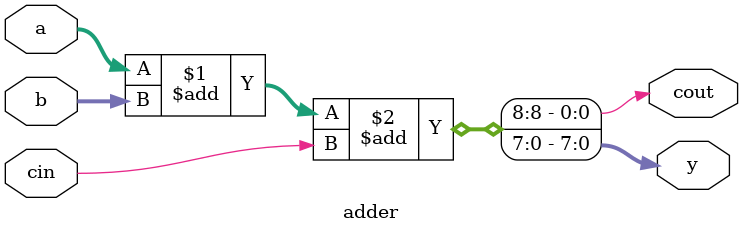
<source format=v>
module adder #(parameter N=8)
            (   input [N-1:0] a, b,
                input cin,
                output [N-1:0] y,
                output cout         );
                
    assign {cout,y} = a + b + cin;
endmodule
</source>
